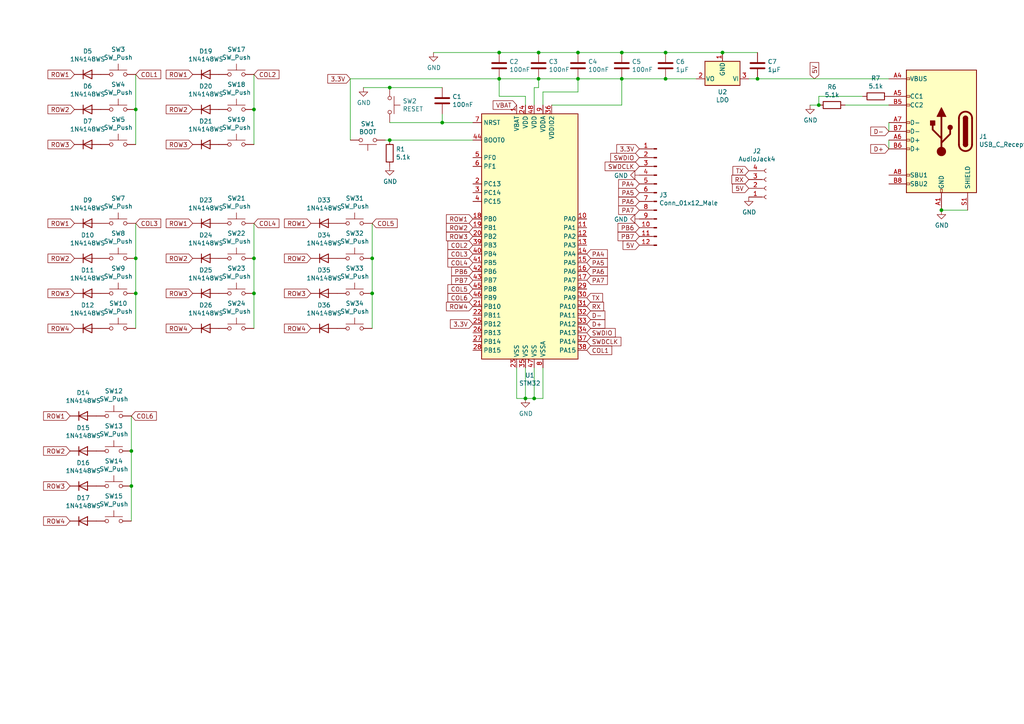
<source format=kicad_sch>
(kicad_sch (version 20211123) (generator eeschema)
  (paper "A4")
  (lib_symbols
    (symbol "Connector:Conn_01x04_Female" (pin_names (offset 1.016) hide)
      (property "Reference" "J" (at 0 5.08 0))
      (property "Value" "Conn_01x04_Female" (at 0 -7.62 0))
      (symbol "Conn_01x04_Female_1_1"
        (arc (start 0 -4.572) (mid -0.508 -5.08) (end 0 -5.588) (stroke (width 0.1524)))
        (arc (start 0 -2.032) (mid -0.508 -2.54) (end 0 -3.048) (stroke (width 0.1524)))
        (polyline (pts (xy -1.27 -5.08) (xy -0.508 -5.08)) (stroke (width 0.1524)))
        (polyline (pts (xy -1.27 -2.54) (xy -0.508 -2.54)) (stroke (width 0.1524)))
        (polyline (pts (xy -1.27 0) (xy -0.508 0)) (stroke (width 0.1524)))
        (polyline (pts (xy -1.27 2.54) (xy -0.508 2.54)) (stroke (width 0.1524)))
        (arc (start 0 0.508) (mid -0.508 0) (end 0 -0.508) (stroke (width 0.1524)))
        (arc (start 0 3.048) (mid -0.508 2.54) (end 0 2.032) (stroke (width 0.1524)))
        (pin passive line (at -5.08 2.54 0) (length 3.81) (name "Pin_1") (number "1"))
        (pin passive line (at -5.08 0 0) (length 3.81) (name "Pin_2") (number "2"))
        (pin passive line (at -5.08 -2.54 0) (length 3.81) (name "Pin_3") (number "3"))
        (pin passive line (at -5.08 -5.08 0) (length 3.81) (name "Pin_4") (number "4"))
      )
    )
    (symbol "Connector:Conn_01x12_Male" (pin_names (offset 1.016) hide)
      (property "Reference" "J" (at 0 15.24 0))
      (property "Value" "Conn_01x12_Male" (at 0 -17.78 0))
      (symbol "Conn_01x12_Male_1_1"
        (polyline (pts (xy 1.27 -15.24) (xy 0.8636 -15.24)) (stroke (width 0.1524)))
        (polyline (pts (xy 1.27 -12.7) (xy 0.8636 -12.7)) (stroke (width 0.1524)))
        (polyline (pts (xy 1.27 -10.16) (xy 0.8636 -10.16)) (stroke (width 0.1524)))
        (polyline (pts (xy 1.27 -7.62) (xy 0.8636 -7.62)) (stroke (width 0.1524)))
        (polyline (pts (xy 1.27 -5.08) (xy 0.8636 -5.08)) (stroke (width 0.1524)))
        (polyline (pts (xy 1.27 -2.54) (xy 0.8636 -2.54)) (stroke (width 0.1524)))
        (polyline (pts (xy 1.27 0) (xy 0.8636 0)) (stroke (width 0.1524)))
        (polyline (pts (xy 1.27 2.54) (xy 0.8636 2.54)) (stroke (width 0.1524)))
        (polyline (pts (xy 1.27 5.08) (xy 0.8636 5.08)) (stroke (width 0.1524)))
        (polyline (pts (xy 1.27 7.62) (xy 0.8636 7.62)) (stroke (width 0.1524)))
        (polyline (pts (xy 1.27 10.16) (xy 0.8636 10.16)) (stroke (width 0.1524)))
        (polyline (pts (xy 1.27 12.7) (xy 0.8636 12.7)) (stroke (width 0.1524)))
        (rectangle (start 0.8636 -15.113) (end 0 -15.367) (stroke (width 0.1524)) (fill (type outline)))
        (rectangle (start 0.8636 -12.573) (end 0 -12.827) (stroke (width 0.1524)) (fill (type outline)))
        (rectangle (start 0.8636 -10.033) (end 0 -10.287) (stroke (width 0.1524)) (fill (type outline)))
        (rectangle (start 0.8636 -7.493) (end 0 -7.747) (stroke (width 0.1524)) (fill (type outline)))
        (rectangle (start 0.8636 -4.953) (end 0 -5.207) (stroke (width 0.1524)) (fill (type outline)))
        (rectangle (start 0.8636 -2.413) (end 0 -2.667) (stroke (width 0.1524)) (fill (type outline)))
        (rectangle (start 0.8636 0.127) (end 0 -0.127) (stroke (width 0.1524)) (fill (type outline)))
        (rectangle (start 0.8636 2.667) (end 0 2.413) (stroke (width 0.1524)) (fill (type outline)))
        (rectangle (start 0.8636 5.207) (end 0 4.953) (stroke (width 0.1524)) (fill (type outline)))
        (rectangle (start 0.8636 7.747) (end 0 7.493) (stroke (width 0.1524)) (fill (type outline)))
        (rectangle (start 0.8636 10.287) (end 0 10.033) (stroke (width 0.1524)) (fill (type outline)))
        (rectangle (start 0.8636 12.827) (end 0 12.573) (stroke (width 0.1524)) (fill (type outline)))
        (pin passive line (at 5.08 12.7 180) (length 3.81) (name "Pin_1") (number "1"))
        (pin passive line (at 5.08 -10.16 180) (length 3.81) (name "Pin_10") (number "10"))
        (pin passive line (at 5.08 -12.7 180) (length 3.81) (name "Pin_11") (number "11"))
        (pin passive line (at 5.08 -15.24 180) (length 3.81) (name "Pin_12") (number "12"))
        (pin passive line (at 5.08 10.16 180) (length 3.81) (name "Pin_2") (number "2"))
        (pin passive line (at 5.08 7.62 180) (length 3.81) (name "Pin_3") (number "3"))
        (pin passive line (at 5.08 5.08 180) (length 3.81) (name "Pin_4") (number "4"))
        (pin passive line (at 5.08 2.54 180) (length 3.81) (name "Pin_5") (number "5"))
        (pin passive line (at 5.08 0 180) (length 3.81) (name "Pin_6") (number "6"))
        (pin passive line (at 5.08 -2.54 180) (length 3.81) (name "Pin_7") (number "7"))
        (pin passive line (at 5.08 -5.08 180) (length 3.81) (name "Pin_8") (number "8"))
        (pin passive line (at 5.08 -7.62 180) (length 3.81) (name "Pin_9") (number "9"))
      )
    )
    (symbol "Device:C" (pin_numbers hide) (pin_names (offset 0.254))
      (property "Reference" "C" (at 0.635 2.54 0))
      (property "Value" "C" (at 0.635 -2.54 0))
      (symbol "C_0_1"
        (polyline (pts (xy -2.032 -0.762) (xy 2.032 -0.762)) (stroke (width 0.508)))
        (polyline (pts (xy -2.032 0.762) (xy 2.032 0.762)) (stroke (width 0.508)))
      )
      (symbol "C_1_1"
        (pin passive line (at 0 3.81 270) (length 2.794) (name "~") (number "1"))
        (pin passive line (at 0 -3.81 90) (length 2.794) (name "~") (number "2"))
      )
    )
    (symbol "Device:R" (pin_numbers hide) (pin_names (offset 0))
      (property "Reference" "R" (at 2.032 0 90))
      (property "Value" "R" (at 0 0 90))
      (symbol "R_0_1"
        (rectangle (start -1.016 -2.54) (end 1.016 2.54) (stroke (width 0.254)))
      )
      (symbol "R_1_1"
        (pin passive line (at 0 3.81 270) (length 1.27) (name "~") (number "1"))
        (pin passive line (at 0 -3.81 90) (length 1.27) (name "~") (number "2"))
      )
    )
    (symbol "Diode:1N4148WS" (pin_numbers hide) (pin_names (offset 1.016) hide)
      (property "Reference" "D" (at 0 2.54 0))
      (property "Value" "1N4148WS" (at 0 -2.54 0))
      (symbol "1N4148WS_0_1"
        (polyline (pts (xy -1.27 1.27) (xy -1.27 -1.27)) (stroke (width 0.254)))
        (polyline (pts (xy 1.27 0) (xy -1.27 0)))
        (polyline (pts (xy 1.27 1.27) (xy 1.27 -1.27) (xy -1.27 0) (xy 1.27 1.27)) (stroke (width 0.254)))
      )
      (symbol "1N4148WS_1_1"
        (pin passive line (at -3.81 0 0) (length 2.54) (name "K") (number "1"))
        (pin passive line (at 3.81 0 180) (length 2.54) (name "A") (number "2"))
      )
    )
    (symbol "MCU_ST_STM32F0:STM32F072CBTx"
      (property "Reference" "U" (at -15.24 36.83 0))
      (property "Value" "STM32F072CBTx" (at 7.62 36.83 0))
      (symbol "STM32F072CBTx_0_1"
        (rectangle (start -15.24 -35.56) (end 12.7 35.56) (stroke (width 0.254)) (fill (type background)))
      )
      (symbol "STM32F072CBTx_1_1"
        (pin power_in line (at -5.08 38.1 270) (length 2.54) (name "VBAT") (number "1"))
        (pin bidirectional line (at 15.24 5.08 180) (length 2.54) (name "PA0") (number "10"))
        (pin bidirectional line (at 15.24 2.54 180) (length 2.54) (name "PA1") (number "11"))
        (pin bidirectional line (at 15.24 0 180) (length 2.54) (name "PA2") (number "12"))
        (pin bidirectional line (at 15.24 -2.54 180) (length 2.54) (name "PA3") (number "13"))
        (pin bidirectional line (at 15.24 -5.08 180) (length 2.54) (name "PA4") (number "14"))
        (pin bidirectional line (at 15.24 -7.62 180) (length 2.54) (name "PA5") (number "15"))
        (pin bidirectional line (at 15.24 -10.16 180) (length 2.54) (name "PA6") (number "16"))
        (pin bidirectional line (at 15.24 -12.7 180) (length 2.54) (name "PA7") (number "17"))
        (pin bidirectional line (at -17.78 5.08 0) (length 2.54) (name "PB0") (number "18"))
        (pin bidirectional line (at -17.78 2.54 0) (length 2.54) (name "PB1") (number "19"))
        (pin bidirectional line (at -17.78 15.24 0) (length 2.54) (name "PC13") (number "2"))
        (pin bidirectional line (at -17.78 0 0) (length 2.54) (name "PB2") (number "20"))
        (pin bidirectional line (at -17.78 -20.32 0) (length 2.54) (name "PB10") (number "21"))
        (pin bidirectional line (at -17.78 -22.86 0) (length 2.54) (name "PB11") (number "22"))
        (pin power_in line (at -5.08 -38.1 90) (length 2.54) (name "VSS") (number "23"))
        (pin power_in line (at -2.54 38.1 270) (length 2.54) (name "VDD") (number "24"))
        (pin bidirectional line (at -17.78 -25.4 0) (length 2.54) (name "PB12") (number "25"))
        (pin bidirectional line (at -17.78 -27.94 0) (length 2.54) (name "PB13") (number "26"))
        (pin bidirectional line (at -17.78 -30.48 0) (length 2.54) (name "PB14") (number "27"))
        (pin bidirectional line (at -17.78 -33.02 0) (length 2.54) (name "PB15") (number "28"))
        (pin bidirectional line (at 15.24 -15.24 180) (length 2.54) (name "PA8") (number "29"))
        (pin bidirectional line (at -17.78 12.7 0) (length 2.54) (name "PC14") (number "3"))
        (pin bidirectional line (at 15.24 -17.78 180) (length 2.54) (name "PA9") (number "30"))
        (pin bidirectional line (at 15.24 -20.32 180) (length 2.54) (name "PA10") (number "31"))
        (pin bidirectional line (at 15.24 -22.86 180) (length 2.54) (name "PA11") (number "32"))
        (pin bidirectional line (at 15.24 -25.4 180) (length 2.54) (name "PA12") (number "33"))
        (pin bidirectional line (at 15.24 -27.94 180) (length 2.54) (name "PA13") (number "34"))
        (pin power_in line (at -2.54 -38.1 90) (length 2.54) (name "VSS") (number "35"))
        (pin power_in line (at 5.08 38.1 270) (length 2.54) (name "VDDIO2") (number "36"))
        (pin bidirectional line (at 15.24 -30.48 180) (length 2.54) (name "PA14") (number "37"))
        (pin bidirectional line (at 15.24 -33.02 180) (length 2.54) (name "PA15") (number "38"))
        (pin bidirectional line (at -17.78 -2.54 0) (length 2.54) (name "PB3") (number "39"))
        (pin bidirectional line (at -17.78 10.16 0) (length 2.54) (name "PC15") (number "4"))
        (pin bidirectional line (at -17.78 -5.08 0) (length 2.54) (name "PB4") (number "40"))
        (pin bidirectional line (at -17.78 -7.62 0) (length 2.54) (name "PB5") (number "41"))
        (pin bidirectional line (at -17.78 -10.16 0) (length 2.54) (name "PB6") (number "42"))
        (pin bidirectional line (at -17.78 -12.7 0) (length 2.54) (name "PB7") (number "43"))
        (pin input line (at -17.78 27.94 0) (length 2.54) (name "BOOT0") (number "44"))
        (pin bidirectional line (at -17.78 -15.24 0) (length 2.54) (name "PB8") (number "45"))
        (pin bidirectional line (at -17.78 -17.78 0) (length 2.54) (name "PB9") (number "46"))
        (pin power_in line (at 0 -38.1 90) (length 2.54) (name "VSS") (number "47"))
        (pin power_in line (at 0 38.1 270) (length 2.54) (name "VDD") (number "48"))
        (pin input line (at -17.78 22.86 0) (length 2.54) (name "PF0") (number "5"))
        (pin input line (at -17.78 20.32 0) (length 2.54) (name "PF1") (number "6"))
        (pin input line (at -17.78 33.02 0) (length 2.54) (name "NRST") (number "7"))
        (pin power_in line (at 2.54 -38.1 90) (length 2.54) (name "VSSA") (number "8"))
        (pin power_in line (at 2.54 38.1 270) (length 2.54) (name "VDDA") (number "9"))
      )
    )
    (symbol "Regulator_Linear:MCP1703A-3302_SOT23" (pin_names (offset 0.254))
      (property "Reference" "U" (at -3.81 3.175 0))
      (property "Value" "MCP1703A-3302_SOT23" (at 0 3.175 0))
      (symbol "MCP1703A-3302_SOT23_0_1"
        (rectangle (start -5.08 -5.08) (end 5.08 1.905) (stroke (width 0.254)) (fill (type background)))
      )
      (symbol "MCP1703A-3302_SOT23_1_1"
        (pin power_in line (at 0 -7.62 90) (length 2.54) (name "GND") (number "1"))
        (pin power_out line (at 7.62 0 180) (length 2.54) (name "VO") (number "2"))
        (pin power_in line (at -7.62 0 0) (length 2.54) (name "VI") (number "3"))
      )
    )
    (symbol "Switch:SW_Push" (pin_numbers hide) (pin_names (offset 1.016) hide)
      (property "Reference" "SW" (at 1.27 2.54 0))
      (property "Value" "SW_Push" (at 0 -1.524 0))
      (symbol "SW_Push_0_1"
        (circle (center -2.032 0) (radius 0.508))
        (polyline (pts (xy 0 1.27) (xy 0 3.048)))
        (polyline (pts (xy 2.54 1.27) (xy -2.54 1.27)))
        (circle (center 2.032 0) (radius 0.508))
        (pin passive line (at -5.08 0 0) (length 2.54) (name "1") (number "1"))
        (pin passive line (at 5.08 0 180) (length 2.54) (name "2") (number "2"))
      )
    )
    (symbol "power:GND" (power) (pin_names (offset 0))
      (property "Value" "GND" (at 0 -3.81 0))
      (symbol "GND_0_1"
        (polyline (pts (xy 0 0) (xy 0 -1.27) (xy 1.27 -1.27) (xy 0 -2.54) (xy -1.27 -1.27) (xy 0 -1.27)))
      )
      (symbol "GND_1_1"
        (pin power_in line (at 0 0 270) (length 0) hide (name "GND") (number "1"))
      )
    )
    (symbol "right-rescue:USB_C_Receptacle_USB2.0-Connector" (pin_names (offset 1.016))
      (property "Reference" "J" (at -10.16 19.05 0))
      (property "Value" "USB_C_Receptacle_USB2.0-Connector" (at 19.05 19.05 0))
      (symbol "USB_C_Receptacle_USB2.0-Connector_0_0"
        (rectangle (start -0.254 -17.78) (end 0.254 -16.764))
        (rectangle (start 10.16 -14.986) (end 9.144 -15.494))
        (rectangle (start 10.16 -12.446) (end 9.144 -12.954))
        (rectangle (start 10.16 -4.826) (end 9.144 -5.334))
        (rectangle (start 10.16 -2.286) (end 9.144 -2.794))
        (rectangle (start 10.16 0.254) (end 9.144 -0.254))
        (rectangle (start 10.16 2.794) (end 9.144 2.286))
        (rectangle (start 10.16 7.874) (end 9.144 7.366))
        (rectangle (start 10.16 10.414) (end 9.144 9.906))
        (rectangle (start 10.16 15.494) (end 9.144 14.986))
      )
      (symbol "USB_C_Receptacle_USB2.0-Connector_0_1"
        (rectangle (start -10.16 17.78) (end 10.16 -17.78) (stroke (width 0.254)) (fill (type background)))
        (arc (start -8.89 -3.81) (mid -6.985 -5.715) (end -5.08 -3.81) (stroke (width 0.508)))
        (arc (start -7.62 -3.81) (mid -6.985 -4.445) (end -6.35 -3.81) (stroke (width 0.254)))
        (arc (start -7.62 -3.81) (mid -6.985 -4.445) (end -6.35 -3.81) (stroke (width 0.254)) (fill (type outline)))
        (rectangle (start -7.62 -3.81) (end -6.35 3.81) (stroke (width 0.254)) (fill (type outline)))
        (arc (start -6.35 3.81) (mid -6.985 4.445) (end -7.62 3.81) (stroke (width 0.254)))
        (arc (start -6.35 3.81) (mid -6.985 4.445) (end -7.62 3.81) (stroke (width 0.254)) (fill (type outline)))
        (arc (start -5.08 3.81) (mid -6.985 5.715) (end -8.89 3.81) (stroke (width 0.508)))
        (circle (center -2.54 1.143) (radius 0.635) (stroke (width 0.254)) (fill (type outline)))
        (circle (center 0 -5.842) (radius 1.27) (fill (type outline)))
        (polyline (pts (xy -8.89 -3.81) (xy -8.89 3.81)) (stroke (width 0.508)))
        (polyline (pts (xy -5.08 3.81) (xy -5.08 -3.81)) (stroke (width 0.508)))
        (polyline (pts (xy 0 -5.842) (xy 0 4.318)) (stroke (width 0.508)))
        (polyline (pts (xy 0 -3.302) (xy -2.54 -0.762) (xy -2.54 0.508)) (stroke (width 0.508)))
        (polyline (pts (xy 0 -2.032) (xy 2.54 0.508) (xy 2.54 1.778)) (stroke (width 0.508)))
        (polyline (pts (xy -1.27 4.318) (xy 0 6.858) (xy 1.27 4.318) (xy -1.27 4.318)) (stroke (width 0.254)) (fill (type outline)))
        (rectangle (start 1.905 1.778) (end 3.175 3.048) (stroke (width 0.254)) (fill (type outline)))
      )
      (symbol "USB_C_Receptacle_USB2.0-Connector_1_1"
        (pin power_in line (at 0 -22.86 90) (length 5.08) (name "GND") (number "A1"))
        (pin passive line (at 0 -22.86 90) (length 5.08) hide (name "GND") (number "A12"))
        (pin power_in line (at 15.24 15.24 180) (length 5.08) (name "VBUS") (number "A4"))
        (pin bidirectional line (at 15.24 10.16 180) (length 5.08) (name "CC1") (number "A5"))
        (pin bidirectional line (at 15.24 -2.54 180) (length 5.08) (name "D+") (number "A6"))
        (pin bidirectional line (at 15.24 2.54 180) (length 5.08) (name "D-") (number "A7"))
        (pin bidirectional line (at 15.24 -12.7 180) (length 5.08) (name "SBU1") (number "A8"))
        (pin passive line (at 15.24 15.24 180) (length 5.08) hide (name "VBUS") (number "A9"))
        (pin passive line (at 0 -22.86 90) (length 5.08) hide (name "GND") (number "B1"))
        (pin passive line (at 0 -22.86 90) (length 5.08) hide (name "GND") (number "B12"))
        (pin passive line (at 15.24 15.24 180) (length 5.08) hide (name "VBUS") (number "B4"))
        (pin bidirectional line (at 15.24 7.62 180) (length 5.08) (name "CC2") (number "B5"))
        (pin bidirectional line (at 15.24 -5.08 180) (length 5.08) (name "D+") (number "B6"))
        (pin bidirectional line (at 15.24 0 180) (length 5.08) (name "D-") (number "B7"))
        (pin bidirectional line (at 15.24 -15.24 180) (length 5.08) (name "SBU2") (number "B8"))
        (pin passive line (at 15.24 15.24 180) (length 5.08) hide (name "VBUS") (number "B9"))
        (pin passive line (at -7.62 -22.86 90) (length 5.08) (name "SHIELD") (number "S1"))
      )
    )
  )
  (junction (at 144.78 15.24))
  (junction (at 167.64 22.86))
  (junction (at 113.03 25.4))
  (junction (at 73.66 31.75))
  (junction (at 39.37 74.93))
  (junction (at 39.37 85.09))
  (junction (at 180.34 15.24))
  (junction (at 180.34 22.86))
  (junction (at 193.04 22.86))
  (junction (at 193.04 15.24))
  (junction (at 38.1 140.97))
  (junction (at 156.21 15.24))
  (junction (at 38.1 130.81))
  (junction (at 154.94 115.57))
  (junction (at 113.03 40.64))
  (junction (at 73.66 74.93))
  (junction (at 167.64 15.24))
  (junction (at 144.78 22.86))
  (junction (at 128.27 35.56))
  (junction (at 156.21 22.86))
  (junction (at 209.55 15.24))
  (junction (at 73.66 85.09))
  (junction (at 273.05 60.96))
  (junction (at 152.4 115.57))
  (junction (at 107.95 74.93))
  (junction (at 39.37 31.75))
  (junction (at 107.95 85.09))
  (junction (at 219.71 22.86))
  (junction (at 237.49 30.48))
  (wire (pts (xy 160.02 30.48) (xy 180.34 30.48)))
  (wire (pts (xy 154.94 115.57) (xy 152.4 115.57)))
  (wire (pts (xy 156.21 25.4) (xy 156.21 22.86)))
  (wire (pts (xy 113.03 25.4) (xy 105.41 25.4)))
  (wire (pts (xy 154.94 106.68) (xy 154.94 115.57)))
  (wire (pts (xy 157.48 115.57) (xy 154.94 115.57)))
  (wire (pts (xy 180.34 30.48) (xy 180.34 22.86)))
  (wire (pts (xy 73.66 85.09) (xy 73.66 95.25)))
  (wire (pts (xy 219.71 15.24) (xy 209.55 15.24)))
  (wire (pts (xy 154.94 30.48) (xy 154.94 25.4)))
  (wire (pts (xy 101.6 22.86) (xy 144.78 22.86)))
  (wire (pts (xy 39.37 85.09) (xy 39.37 95.25)))
  (wire (pts (xy 180.34 15.24) (xy 193.04 15.24)))
  (wire (pts (xy 167.64 22.86) (xy 180.34 22.86)))
  (wire (pts (xy 111.76 40.64) (xy 113.03 40.64)))
  (wire (pts (xy 73.66 21.59) (xy 73.66 31.75)))
  (wire (pts (xy 128.27 35.56) (xy 128.27 33.02)))
  (wire (pts (xy 39.37 21.59) (xy 39.37 31.75)))
  (wire (pts (xy 167.64 26.67) (xy 157.48 26.67)))
  (wire (pts (xy 73.66 74.93) (xy 73.66 85.09)))
  (wire (pts (xy 144.78 27.94) (xy 144.78 22.86)))
  (wire (pts (xy 125.73 15.24) (xy 144.78 15.24)))
  (wire (pts (xy 107.95 74.93) (xy 107.95 85.09)))
  (wire (pts (xy 157.48 26.67) (xy 157.48 30.48)))
  (wire (pts (xy 167.64 15.24) (xy 180.34 15.24)))
  (wire (pts (xy 257.81 40.64) (xy 257.81 43.18)))
  (wire (pts (xy 113.03 35.56) (xy 128.27 35.56)))
  (wire (pts (xy 39.37 74.93) (xy 39.37 85.09)))
  (wire (pts (xy 257.81 35.56) (xy 257.81 38.1)))
  (wire (pts (xy 113.03 25.4) (xy 128.27 25.4)))
  (wire (pts (xy 257.81 22.86) (xy 219.71 22.86)))
  (wire (pts (xy 237.49 27.94) (xy 237.49 30.48)))
  (wire (pts (xy 180.34 22.86) (xy 193.04 22.86)))
  (wire (pts (xy 107.95 64.77) (xy 107.95 74.93)))
  (wire (pts (xy 38.1 120.65) (xy 38.1 130.81)))
  (wire (pts (xy 152.4 106.68) (xy 152.4 115.57)))
  (wire (pts (xy 280.67 60.96) (xy 273.05 60.96)))
  (wire (pts (xy 245.11 30.48) (xy 257.81 30.48)))
  (wire (pts (xy 156.21 15.24) (xy 167.64 15.24)))
  (wire (pts (xy 193.04 22.86) (xy 201.93 22.86)))
  (wire (pts (xy 219.71 22.86) (xy 217.17 22.86)))
  (wire (pts (xy 39.37 31.75) (xy 39.37 41.91)))
  (wire (pts (xy 113.03 40.64) (xy 137.16 40.64)))
  (wire (pts (xy 157.48 106.68) (xy 157.48 115.57)))
  (wire (pts (xy 107.95 85.09) (xy 107.95 95.25)))
  (wire (pts (xy 234.95 30.48) (xy 237.49 30.48)))
  (wire (pts (xy 144.78 15.24) (xy 156.21 15.24)))
  (wire (pts (xy 101.6 40.64) (xy 101.6 22.86)))
  (wire (pts (xy 152.4 27.94) (xy 144.78 27.94)))
  (wire (pts (xy 149.86 106.68) (xy 149.86 115.57)))
  (wire (pts (xy 73.66 64.77) (xy 73.66 74.93)))
  (wire (pts (xy 193.04 15.24) (xy 209.55 15.24)))
  (wire (pts (xy 156.21 22.86) (xy 167.64 22.86)))
  (wire (pts (xy 144.78 22.86) (xy 156.21 22.86)))
  (wire (pts (xy 38.1 130.81) (xy 38.1 140.97)))
  (wire (pts (xy 167.64 22.86) (xy 167.64 26.67)))
  (wire (pts (xy 39.37 64.77) (xy 39.37 74.93)))
  (wire (pts (xy 38.1 140.97) (xy 38.1 151.13)))
  (wire (pts (xy 154.94 25.4) (xy 156.21 25.4)))
  (wire (pts (xy 149.86 115.57) (xy 152.4 115.57)))
  (wire (pts (xy 73.66 31.75) (xy 73.66 41.91)))
  (wire (pts (xy 152.4 30.48) (xy 152.4 27.94)))
  (wire (pts (xy 137.16 35.56) (xy 128.27 35.56)))
  (wire (pts (xy 250.19 27.94) (xy 237.49 27.94)))
  (global_label "PA4" (shape input) (at 170.18 73.66 0) (property "Intersheet References" "${INTERSHEET_REFS}" (effects hide)))
  (global_label "ROW3" (shape input) (at 55.88 41.91 180) (property "Intersheet References" "${INTERSHEET_REFS}" (effects hide)))
  (global_label "ROW4" (shape input) (at 21.59 95.25 180) (property "Intersheet References" "${INTERSHEET_REFS}" (effects hide)))
  (global_label "ROW3" (shape input) (at 137.16 68.58 180) (property "Intersheet References" "${INTERSHEET_REFS}" (effects hide)))
  (global_label "ROW2" (shape input) (at 55.88 31.75 180) (property "Intersheet References" "${INTERSHEET_REFS}" (effects hide)))
  (global_label "ROW2" (shape input) (at 21.59 74.93 180) (property "Intersheet References" "${INTERSHEET_REFS}" (effects hide)))
  (global_label "5V" (shape input) (at 217.17 54.61 180) (property "Intersheet References" "${INTERSHEET_REFS}" (effects hide)))
  (global_label "ROW4" (shape input) (at 90.17 95.25 180) (property "Intersheet References" "${INTERSHEET_REFS}" (effects hide)))
  (global_label "VBAT" (shape input) (at 149.86 30.48 180) (property "Intersheet References" "${INTERSHEET_REFS}" (effects hide)))
  (global_label "ROW3" (shape input) (at 90.17 85.09 180) (property "Intersheet References" "${INTERSHEET_REFS}" (effects hide)))
  (global_label "ROW3" (shape input) (at 55.88 85.09 180) (property "Intersheet References" "${INTERSHEET_REFS}" (effects hide)))
  (global_label "COL1" (shape input) (at 170.18 101.6 0) (property "Intersheet References" "${INTERSHEET_REFS}" (effects hide)))
  (global_label "SWDIO" (shape input) (at 185.42 45.72 180) (property "Intersheet References" "${INTERSHEET_REFS}" (effects hide)))
  (global_label "COL6" (shape input) (at 137.16 86.36 180) (property "Intersheet References" "${INTERSHEET_REFS}" (effects hide)))
  (global_label "TX" (shape input) (at 217.17 49.53 180) (property "Intersheet References" "${INTERSHEET_REFS}" (effects hide)))
  (global_label "ROW2" (shape input) (at 137.16 66.04 180) (property "Intersheet References" "${INTERSHEET_REFS}" (effects hide)))
  (global_label "COL2" (shape input) (at 137.16 71.12 180) (property "Intersheet References" "${INTERSHEET_REFS}" (effects hide)))
  (global_label "ROW2" (shape input) (at 21.59 31.75 180) (property "Intersheet References" "${INTERSHEET_REFS}" (effects hide)))
  (global_label "PB6" (shape input) (at 185.42 66.04 180) (property "Intersheet References" "${INTERSHEET_REFS}" (effects hide)))
  (global_label "PA5" (shape input) (at 185.42 55.88 180) (property "Intersheet References" "${INTERSHEET_REFS}" (effects hide)))
  (global_label "3.3V" (shape input) (at 101.6 22.86 180) (property "Intersheet References" "${INTERSHEET_REFS}" (effects hide)))
  (global_label "PB6" (shape input) (at 137.16 78.74 180) (property "Intersheet References" "${INTERSHEET_REFS}" (effects hide)))
  (global_label "RX" (shape input) (at 170.18 88.9 0) (property "Intersheet References" "${INTERSHEET_REFS}" (effects hide)))
  (global_label "RX" (shape input) (at 217.17 52.07 180) (property "Intersheet References" "${INTERSHEET_REFS}" (effects hide)))
  (global_label "ROW4" (shape input) (at 20.32 151.13 180) (property "Intersheet References" "${INTERSHEET_REFS}" (effects hide)))
  (global_label "COL6" (shape input) (at 38.1 120.65 0) (property "Intersheet References" "${INTERSHEET_REFS}" (effects hide)))
  (global_label "ROW1" (shape input) (at 55.88 21.59 180) (property "Intersheet References" "${INTERSHEET_REFS}" (effects hide)))
  (global_label "ROW1" (shape input) (at 90.17 64.77 180) (property "Intersheet References" "${INTERSHEET_REFS}" (effects hide)))
  (global_label "ROW2" (shape input) (at 90.17 74.93 180) (property "Intersheet References" "${INTERSHEET_REFS}" (effects hide)))
  (global_label "ROW1" (shape input) (at 20.32 120.65 180) (property "Intersheet References" "${INTERSHEET_REFS}" (effects hide)))
  (global_label "ROW3" (shape input) (at 21.59 85.09 180) (property "Intersheet References" "${INTERSHEET_REFS}" (effects hide)))
  (global_label "COL5" (shape input) (at 137.16 83.82 180) (property "Intersheet References" "${INTERSHEET_REFS}" (effects hide)))
  (global_label "ROW2" (shape input) (at 55.88 74.93 180) (property "Intersheet References" "${INTERSHEET_REFS}" (effects hide)))
  (global_label "COL5" (shape input) (at 107.95 64.77 0) (property "Intersheet References" "${INTERSHEET_REFS}" (effects hide)))
  (global_label "ROW1" (shape input) (at 137.16 63.5 180) (property "Intersheet References" "${INTERSHEET_REFS}" (effects hide)))
  (global_label "PA4" (shape input) (at 185.42 53.34 180) (property "Intersheet References" "${INTERSHEET_REFS}" (effects hide)))
  (global_label "D-" (shape input) (at 257.81 38.1 180) (property "Intersheet References" "${INTERSHEET_REFS}" (effects hide)))
  (global_label "PA7" (shape input) (at 170.18 81.28 0) (property "Intersheet References" "${INTERSHEET_REFS}" (effects hide)))
  (global_label "COL2" (shape input) (at 73.66 21.59 0) (property "Intersheet References" "${INTERSHEET_REFS}" (effects hide)))
  (global_label "SWDCLK" (shape input) (at 185.42 48.26 180) (property "Intersheet References" "${INTERSHEET_REFS}" (effects hide)))
  (global_label "5V" (shape input) (at 236.22 22.86 90) (property "Intersheet References" "${INTERSHEET_REFS}" (effects hide)))
  (global_label "D+" (shape input) (at 170.18 93.98 0) (property "Intersheet References" "${INTERSHEET_REFS}" (effects hide)))
  (global_label "COL3" (shape input) (at 39.37 64.77 0) (property "Intersheet References" "${INTERSHEET_REFS}" (effects hide)))
  (global_label "3.3V" (shape input) (at 137.16 93.98 180) (property "Intersheet References" "${INTERSHEET_REFS}" (effects hide)))
  (global_label "PB7" (shape input) (at 185.42 68.58 180) (property "Intersheet References" "${INTERSHEET_REFS}" (effects hide)))
  (global_label "COL3" (shape input) (at 137.16 73.66 180) (property "Intersheet References" "${INTERSHEET_REFS}" (effects hide)))
  (global_label "PA6" (shape input) (at 185.42 58.42 180) (property "Intersheet References" "${INTERSHEET_REFS}" (effects hide)))
  (global_label "ROW3" (shape input) (at 20.32 140.97 180) (property "Intersheet References" "${INTERSHEET_REFS}" (effects hide)))
  (global_label "D-" (shape input) (at 170.18 91.44 0) (property "Intersheet References" "${INTERSHEET_REFS}" (effects hide)))
  (global_label "SWDCLK" (shape input) (at 170.18 99.06 0) (property "Intersheet References" "${INTERSHEET_REFS}" (effects hide)))
  (global_label "ROW1" (shape input) (at 21.59 64.77 180) (property "Intersheet References" "${INTERSHEET_REFS}" (effects hide)))
  (global_label "COL4" (shape input) (at 137.16 76.2 180) (property "Intersheet References" "${INTERSHEET_REFS}" (effects hide)))
  (global_label "3.3V" (shape input) (at 185.42 43.18 180) (property "Intersheet References" "${INTERSHEET_REFS}" (effects hide)))
  (global_label "ROW3" (shape input) (at 21.59 41.91 180) (property "Intersheet References" "${INTERSHEET_REFS}" (effects hide)))
  (global_label "5V" (shape input) (at 185.42 71.12 180) (property "Intersheet References" "${INTERSHEET_REFS}" (effects hide)))
  (global_label "PA5" (shape input) (at 170.18 76.2 0) (property "Intersheet References" "${INTERSHEET_REFS}" (effects hide)))
  (global_label "TX" (shape input) (at 170.18 86.36 0) (property "Intersheet References" "${INTERSHEET_REFS}" (effects hide)))
  (global_label "COL1" (shape input) (at 39.37 21.59 0) (property "Intersheet References" "${INTERSHEET_REFS}" (effects hide)))
  (global_label "PA7" (shape input) (at 185.42 60.96 180) (property "Intersheet References" "${INTERSHEET_REFS}" (effects hide)))
  (global_label "ROW1" (shape input) (at 21.59 21.59 180) (property "Intersheet References" "${INTERSHEET_REFS}" (effects hide)))
  (global_label "D+" (shape input) (at 257.81 43.18 180) (property "Intersheet References" "${INTERSHEET_REFS}" (effects hide)))
  (global_label "ROW1" (shape input) (at 55.88 64.77 180) (property "Intersheet References" "${INTERSHEET_REFS}" (effects hide)))
  (global_label "PB7" (shape input) (at 137.16 81.28 180) (property "Intersheet References" "${INTERSHEET_REFS}" (effects hide)))
  (global_label "ROW2" (shape input) (at 20.32 130.81 180) (property "Intersheet References" "${INTERSHEET_REFS}" (effects hide)))
  (global_label "SWDIO" (shape input) (at 170.18 96.52 0) (property "Intersheet References" "${INTERSHEET_REFS}" (effects hide)))
  (global_label "COL4" (shape input) (at 73.66 64.77 0) (property "Intersheet References" "${INTERSHEET_REFS}" (effects hide)))
  (global_label "ROW4" (shape input) (at 137.16 88.9 180) (property "Intersheet References" "${INTERSHEET_REFS}" (effects hide)))
  (global_label "PA6" (shape input) (at 170.18 78.74 0) (property "Intersheet References" "${INTERSHEET_REFS}" (effects hide)))
  (global_label "ROW4" (shape input) (at 55.88 95.25 180) (property "Intersheet References" "${INTERSHEET_REFS}" (effects hide)))
  (symbol (lib_id "MCU_ST_STM32F0:STM32F072CBTx") (at 154.94 68.58 0) (unit 1)
    (property "Reference" "U1" (at 153.67 108.8644 0))
    (property "Value" "STM32" (at 153.67 111.1758 0))
    (property "Footprint" "Package_QFP:LQFP-48_7x7mm_P0.5mm" (effects hide))
    (property "Datasheet" "http://www.st.com/st-web-ui/static/active/en/resource/technical/document/datasheet/DM00090510.pdf" (effects hide))
  )
  (symbol (lib_id "Device:C") (at 144.78 19.05 0) (unit 1)
    (property "Reference" "C2" (at 147.701 17.8816 0) (effects (justify left)))
    (property "Value" "100nF" (at 147.701 20.193 0) (effects (justify left)))
    (property "Footprint" "Capacitor_SMD:C_0805_2012Metric_Pad1.15x1.40mm_HandSolder" (effects hide))
  )
  (symbol (lib_id "Device:C") (at 156.21 19.05 0) (unit 1)
    (property "Reference" "C3" (at 159.131 17.8816 0) (effects (justify left)))
    (property "Value" "100nF" (at 159.131 20.193 0) (effects (justify left)))
    (property "Footprint" "Capacitor_SMD:C_0805_2012Metric_Pad1.15x1.40mm_HandSolder" (effects hide))
  )
  (symbol (lib_id "Device:C") (at 167.64 19.05 0) (unit 1)
    (property "Reference" "C4" (at 170.561 17.8816 0) (effects (justify left)))
    (property "Value" "100nF" (at 170.561 20.193 0) (effects (justify left)))
    (property "Footprint" "Capacitor_SMD:C_0805_2012Metric_Pad1.15x1.40mm_HandSolder" (effects hide))
  )
  (symbol (lib_id "Device:C") (at 180.34 19.05 0) (unit 1)
    (property "Reference" "C5" (at 183.261 17.8816 0) (effects (justify left)))
    (property "Value" "100nF" (at 183.261 20.193 0) (effects (justify left)))
    (property "Footprint" "Capacitor_SMD:C_0805_2012Metric_Pad1.15x1.40mm_HandSolder" (effects hide))
  )
  (symbol (lib_id "Device:C") (at 219.71 19.05 0) (unit 1)
    (property "Reference" "C7" (at 222.631 17.8816 0) (effects (justify left)))
    (property "Value" "1µF" (at 222.631 20.193 0) (effects (justify left)))
    (property "Footprint" "Capacitor_SMD:C_0805_2012Metric_Pad1.15x1.40mm_HandSolder" (effects hide))
  )
  (symbol (lib_id "power:GND") (at 152.4 115.57 0) (unit 1)
    (property "Reference" "#PWR0101" (effects hide))
    (property "Value" "GND" (at 152.527 119.9642 0))
  )
  (symbol (lib_id "power:GND") (at 125.73 15.24 0) (unit 1)
    (property "Reference" "#PWR0102" (effects hide))
    (property "Value" "GND" (at 125.857 19.6342 0))
  )
  (symbol (lib_id "Device:C") (at 128.27 29.21 0) (unit 1)
    (property "Reference" "C1" (at 131.191 28.0416 0) (effects (justify left)))
    (property "Value" "100nF" (at 131.191 30.353 0) (effects (justify left)))
    (property "Footprint" "Capacitor_SMD:C_0805_2012Metric_Pad1.15x1.40mm_HandSolder" (effects hide))
  )
  (symbol (lib_id "Switch:SW_Push") (at 113.03 30.48 270) (unit 1)
    (property "Reference" "SW2" (at 116.7892 29.3116 90) (effects (justify left)))
    (property "Value" "RESET" (at 116.7892 31.623 90) (effects (justify left)))
    (property "Footprint" "Button_Switch_SMD:SW_SPST_CK_RS282G05A3" (effects hide))
  )
  (symbol (lib_id "power:GND") (at 105.41 25.4 0) (unit 1)
    (property "Reference" "#PWR0103" (effects hide))
    (property "Value" "GND" (at 105.537 29.7942 0))
  )
  (symbol (lib_id "Switch:SW_Push") (at 106.68 40.64 180) (unit 1)
    (property "Reference" "SW1" (at 106.68 35.941 0))
    (property "Value" "BOOT" (at 106.68 38.2524 0))
    (property "Footprint" "Button_Switch_SMD:SW_SPST_CK_RS282G05A3" (effects hide))
  )
  (symbol (lib_id "Device:R") (at 113.03 44.45 0) (unit 1)
    (property "Reference" "R1" (at 114.808 43.2816 0) (effects (justify left)))
    (property "Value" "5.1k" (at 114.808 45.593 0) (effects (justify left)))
    (property "Footprint" "Resistor_SMD:R_0805_2012Metric_Pad1.15x1.40mm_HandSolder" (effects hide))
  )
  (symbol (lib_id "power:GND") (at 113.03 48.26 0) (unit 1)
    (property "Reference" "#PWR0104" (effects hide))
    (property "Value" "GND" (at 113.157 52.6542 0))
  )
  (symbol (lib_id "Regulator_Linear:MCP1703A-3302_SOT23") (at 209.55 22.86 180) (unit 1)
    (property "Reference" "U2" (at 209.55 26.67 0))
    (property "Value" "LDO" (at 209.55 28.9814 0))
    (property "Footprint" "Package_TO_SOT_SMD:SOT-23" (effects hide))
    (property "Datasheet" "http://www.ti.com/lit/ds/symlink/lm3480.pdf" (effects hide))
  )
  (symbol (lib_id "power:GND") (at 273.05 60.96 0) (unit 1)
    (property "Reference" "#PWR0105" (effects hide))
    (property "Value" "GND" (at 273.177 65.3542 0))
  )
  (symbol (lib_id "Device:R") (at 254 27.94 270) (unit 1)
    (property "Reference" "R7" (at 254 22.6822 90))
    (property "Value" "5.1k" (at 254 24.9936 90))
    (property "Footprint" "Resistor_SMD:R_0805_2012Metric_Pad1.15x1.40mm_HandSolder" (effects hide))
  )
  (symbol (lib_id "Device:R") (at 241.3 30.48 270) (mirror x) (unit 1)
    (property "Reference" "R6" (at 241.3 25.2222 90))
    (property "Value" "5.1k" (at 241.3 27.5336 90))
    (property "Footprint" "Resistor_SMD:R_0805_2012Metric_Pad1.15x1.40mm_HandSolder" (effects hide))
  )
  (symbol (lib_id "power:GND") (at 234.95 30.48 0) (unit 1)
    (property "Reference" "#PWR0106" (effects hide))
    (property "Value" "GND" (at 235.077 34.8742 0))
  )
  (symbol (lib_id "Device:C") (at 193.04 19.05 0) (unit 1)
    (property "Reference" "C6" (at 195.961 17.8816 0) (effects (justify left)))
    (property "Value" "1µF" (at 195.961 20.193 0) (effects (justify left)))
    (property "Footprint" "Capacitor_SMD:C_0805_2012Metric_Pad1.15x1.40mm_HandSolder" (effects hide))
  )
  (symbol (lib_id "Diode:1N4148WS") (at 25.4 85.09 0) (unit 1)
    (property "Reference" "D11" (at 25.4 78.359 0))
    (property "Value" "1N4148WS" (at 25.4 80.6704 0))
    (property "Footprint" "Diode_SMD:D_SOD-323_HandSoldering" (effects hide))
  )
  (symbol (lib_id "Switch:SW_Push") (at 34.29 85.09 0) (unit 1)
    (property "Reference" "SW9" (at 34.29 77.851 0))
    (property "Value" "SW_Push" (at 34.29 80.1624 0))
    (property "Footprint" "custom:CherryMX_Choc_1u" (effects hide))
  )
  (symbol (lib_id "Diode:1N4148WS") (at 25.4 95.25 0) (unit 1)
    (property "Reference" "D12" (at 25.4 88.519 0))
    (property "Value" "1N4148WS" (at 25.4 90.8304 0))
    (property "Footprint" "Diode_SMD:D_SOD-323_HandSoldering" (effects hide))
  )
  (symbol (lib_id "Switch:SW_Push") (at 34.29 95.25 0) (unit 1)
    (property "Reference" "SW10" (at 34.29 88.011 0))
    (property "Value" "SW_Push" (at 34.29 90.3224 0))
    (property "Footprint" "custom:CherryMX_Choc_1u" (effects hide))
  )
  (symbol (lib_id "Diode:1N4148WS") (at 25.4 74.93 0) (unit 1)
    (property "Reference" "D10" (at 25.4 68.199 0))
    (property "Value" "1N4148WS" (at 25.4 70.5104 0))
    (property "Footprint" "Diode_SMD:D_SOD-323_HandSoldering" (effects hide))
  )
  (symbol (lib_id "Switch:SW_Push") (at 34.29 74.93 0) (unit 1)
    (property "Reference" "SW8" (at 34.29 67.691 0))
    (property "Value" "SW_Push" (at 34.29 70.0024 0))
    (property "Footprint" "custom:CherryMX_Choc_1u" (effects hide))
  )
  (symbol (lib_id "Diode:1N4148WS") (at 25.4 64.77 0) (unit 1)
    (property "Reference" "D9" (at 25.4 58.039 0))
    (property "Value" "1N4148WS" (at 25.4 60.3504 0))
    (property "Footprint" "Diode_SMD:D_SOD-323_HandSoldering" (effects hide))
  )
  (symbol (lib_id "Switch:SW_Push") (at 34.29 64.77 0) (unit 1)
    (property "Reference" "SW7" (at 34.29 57.531 0))
    (property "Value" "SW_Push" (at 34.29 59.8424 0))
    (property "Footprint" "custom:CherryMX_Choc_1u" (effects hide))
  )
  (symbol (lib_id "Diode:1N4148WS") (at 59.69 85.09 0) (unit 1)
    (property "Reference" "D25" (at 59.69 78.359 0))
    (property "Value" "1N4148WS" (at 59.69 80.6704 0))
    (property "Footprint" "Diode_SMD:D_SOD-323_HandSoldering" (effects hide))
  )
  (symbol (lib_id "Switch:SW_Push") (at 68.58 85.09 0) (unit 1)
    (property "Reference" "SW23" (at 68.58 77.851 0))
    (property "Value" "SW_Push" (at 68.58 80.1624 0))
    (property "Footprint" "custom:CherryMX_Choc_1u" (effects hide))
  )
  (symbol (lib_id "Diode:1N4148WS") (at 59.69 95.25 0) (unit 1)
    (property "Reference" "D26" (at 59.69 88.519 0))
    (property "Value" "1N4148WS" (at 59.69 90.8304 0))
    (property "Footprint" "Diode_SMD:D_SOD-323_HandSoldering" (effects hide))
  )
  (symbol (lib_id "Switch:SW_Push") (at 68.58 95.25 0) (unit 1)
    (property "Reference" "SW24" (at 68.58 88.011 0))
    (property "Value" "SW_Push" (at 68.58 90.3224 0))
    (property "Footprint" "custom:CherryMX_Choc_1u" (effects hide))
  )
  (symbol (lib_id "Diode:1N4148WS") (at 59.69 74.93 0) (unit 1)
    (property "Reference" "D24" (at 59.69 68.199 0))
    (property "Value" "1N4148WS" (at 59.69 70.5104 0))
    (property "Footprint" "Diode_SMD:D_SOD-323_HandSoldering" (effects hide))
  )
  (symbol (lib_id "Switch:SW_Push") (at 68.58 74.93 0) (unit 1)
    (property "Reference" "SW22" (at 68.58 67.691 0))
    (property "Value" "SW_Push" (at 68.58 70.0024 0))
    (property "Footprint" "custom:CherryMX_Choc_1u" (effects hide))
  )
  (symbol (lib_id "Diode:1N4148WS") (at 59.69 64.77 0) (unit 1)
    (property "Reference" "D23" (at 59.69 58.039 0))
    (property "Value" "1N4148WS" (at 59.69 60.3504 0))
    (property "Footprint" "Diode_SMD:D_SOD-323_HandSoldering" (effects hide))
  )
  (symbol (lib_id "Switch:SW_Push") (at 68.58 64.77 0) (unit 1)
    (property "Reference" "SW21" (at 68.58 57.531 0))
    (property "Value" "SW_Push" (at 68.58 59.8424 0))
    (property "Footprint" "custom:CherryMX_Choc_1u" (effects hide))
  )
  (symbol (lib_id "Diode:1N4148WS") (at 93.98 85.09 0) (unit 1)
    (property "Reference" "D35" (at 93.98 78.359 0))
    (property "Value" "1N4148WS" (at 93.98 80.6704 0))
    (property "Footprint" "Diode_SMD:D_SOD-323_HandSoldering" (effects hide))
  )
  (symbol (lib_id "Switch:SW_Push") (at 102.87 85.09 0) (unit 1)
    (property "Reference" "SW33" (at 102.87 77.851 0))
    (property "Value" "SW_Push" (at 102.87 80.1624 0))
    (property "Footprint" "custom:CherryMX_Choc_1u" (effects hide))
  )
  (symbol (lib_id "Diode:1N4148WS") (at 93.98 95.25 0) (unit 1)
    (property "Reference" "D36" (at 93.98 88.519 0))
    (property "Value" "1N4148WS" (at 93.98 90.8304 0))
    (property "Footprint" "Diode_SMD:D_SOD-323_HandSoldering" (effects hide))
  )
  (symbol (lib_id "Switch:SW_Push") (at 102.87 95.25 0) (unit 1)
    (property "Reference" "SW34" (at 102.87 88.011 0))
    (property "Value" "SW_Push" (at 102.87 90.3224 0))
    (property "Footprint" "custom:CherryMX_Choc_1u" (effects hide))
  )
  (symbol (lib_id "Diode:1N4148WS") (at 93.98 74.93 0) (unit 1)
    (property "Reference" "D34" (at 93.98 68.199 0))
    (property "Value" "1N4148WS" (at 93.98 70.5104 0))
    (property "Footprint" "Diode_SMD:D_SOD-323_HandSoldering" (effects hide))
  )
  (symbol (lib_id "Switch:SW_Push") (at 102.87 74.93 0) (unit 1)
    (property "Reference" "SW32" (at 102.87 67.691 0))
    (property "Value" "SW_Push" (at 102.87 70.0024 0))
    (property "Footprint" "custom:CherryMX_Choc_1u" (effects hide))
  )
  (symbol (lib_id "Diode:1N4148WS") (at 93.98 64.77 0) (unit 1)
    (property "Reference" "D33" (at 93.98 58.039 0))
    (property "Value" "1N4148WS" (at 93.98 60.3504 0))
    (property "Footprint" "Diode_SMD:D_SOD-323_HandSoldering" (effects hide))
  )
  (symbol (lib_id "Switch:SW_Push") (at 102.87 64.77 0) (unit 1)
    (property "Reference" "SW31" (at 102.87 57.531 0))
    (property "Value" "SW_Push" (at 102.87 59.8424 0))
    (property "Footprint" "custom:CherryMX_Choc_1u" (effects hide))
  )
  (symbol (lib_id "Diode:1N4148WS") (at 25.4 41.91 0) (unit 1)
    (property "Reference" "D7" (at 25.4 35.179 0))
    (property "Value" "1N4148WS" (at 25.4 37.4904 0))
    (property "Footprint" "Diode_SMD:D_SOD-323_HandSoldering" (effects hide))
  )
  (symbol (lib_id "Switch:SW_Push") (at 34.29 41.91 0) (unit 1)
    (property "Reference" "SW5" (at 34.29 34.671 0))
    (property "Value" "SW_Push" (at 34.29 36.9824 0))
    (property "Footprint" "custom:CherryMX_Choc_1u" (effects hide))
  )
  (symbol (lib_id "Diode:1N4148WS") (at 25.4 31.75 0) (unit 1)
    (property "Reference" "D6" (at 25.4 25.019 0))
    (property "Value" "1N4148WS" (at 25.4 27.3304 0))
    (property "Footprint" "Diode_SMD:D_SOD-323_HandSoldering" (effects hide))
  )
  (symbol (lib_id "Switch:SW_Push") (at 34.29 31.75 0) (unit 1)
    (property "Reference" "SW4" (at 34.29 24.511 0))
    (property "Value" "SW_Push" (at 34.29 26.8224 0))
    (property "Footprint" "custom:CherryMX_Choc_1u" (effects hide))
  )
  (symbol (lib_id "Diode:1N4148WS") (at 25.4 21.59 0) (unit 1)
    (property "Reference" "D5" (at 25.4 14.859 0))
    (property "Value" "1N4148WS" (at 25.4 17.1704 0))
    (property "Footprint" "Diode_SMD:D_SOD-323_HandSoldering" (effects hide))
  )
  (symbol (lib_id "Switch:SW_Push") (at 34.29 21.59 0) (unit 1)
    (property "Reference" "SW3" (at 34.29 14.351 0))
    (property "Value" "SW_Push" (at 34.29 16.6624 0))
    (property "Footprint" "custom:CherryMX_Choc_1u" (effects hide))
  )
  (symbol (lib_id "Diode:1N4148WS") (at 59.69 41.91 0) (unit 1)
    (property "Reference" "D21" (at 59.69 35.179 0))
    (property "Value" "1N4148WS" (at 59.69 37.4904 0))
    (property "Footprint" "Diode_SMD:D_SOD-323_HandSoldering" (effects hide))
  )
  (symbol (lib_id "Switch:SW_Push") (at 68.58 41.91 0) (unit 1)
    (property "Reference" "SW19" (at 68.58 34.671 0))
    (property "Value" "SW_Push" (at 68.58 36.9824 0))
    (property "Footprint" "custom:CherryMX_Choc_1u" (effects hide))
  )
  (symbol (lib_id "Diode:1N4148WS") (at 59.69 31.75 0) (unit 1)
    (property "Reference" "D20" (at 59.69 25.019 0))
    (property "Value" "1N4148WS" (at 59.69 27.3304 0))
    (property "Footprint" "Diode_SMD:D_SOD-323_HandSoldering" (effects hide))
  )
  (symbol (lib_id "Switch:SW_Push") (at 68.58 31.75 0) (unit 1)
    (property "Reference" "SW18" (at 68.58 24.511 0))
    (property "Value" "SW_Push" (at 68.58 26.8224 0))
    (property "Footprint" "custom:CherryMX_Choc_1u" (effects hide))
  )
  (symbol (lib_id "Diode:1N4148WS") (at 59.69 21.59 0) (unit 1)
    (property "Reference" "D19" (at 59.69 14.859 0))
    (property "Value" "1N4148WS" (at 59.69 17.1704 0))
    (property "Footprint" "Diode_SMD:D_SOD-323_HandSoldering" (effects hide))
  )
  (symbol (lib_id "Switch:SW_Push") (at 68.58 21.59 0) (unit 1)
    (property "Reference" "SW17" (at 68.58 14.351 0))
    (property "Value" "SW_Push" (at 68.58 16.6624 0))
    (property "Footprint" "custom:CherryMX_Choc_1u" (effects hide))
  )
  (symbol (lib_id "Diode:1N4148WS") (at 24.13 140.97 0) (unit 1)
    (property "Reference" "D16" (at 24.13 134.239 0))
    (property "Value" "1N4148WS" (at 24.13 136.5504 0))
    (property "Footprint" "Diode_SMD:D_SOD-323_HandSoldering" (effects hide))
  )
  (symbol (lib_id "Switch:SW_Push") (at 33.02 140.97 0) (unit 1)
    (property "Reference" "SW14" (at 33.02 133.731 0))
    (property "Value" "SW_Push" (at 33.02 136.0424 0))
    (property "Footprint" "custom:CherryMX_Choc_1u" (effects hide))
  )
  (symbol (lib_id "Diode:1N4148WS") (at 24.13 151.13 0) (unit 1)
    (property "Reference" "D17" (at 24.13 144.399 0))
    (property "Value" "1N4148WS" (at 24.13 146.7104 0))
    (property "Footprint" "Diode_SMD:D_SOD-323_HandSoldering" (effects hide))
  )
  (symbol (lib_id "Switch:SW_Push") (at 33.02 151.13 0) (unit 1)
    (property "Reference" "SW15" (at 33.02 143.891 0))
    (property "Value" "SW_Push" (at 33.02 146.2024 0))
    (property "Footprint" "custom:CherryMX_Choc_1u" (effects hide))
  )
  (symbol (lib_id "Diode:1N4148WS") (at 24.13 130.81 0) (unit 1)
    (property "Reference" "D15" (at 24.13 124.079 0))
    (property "Value" "1N4148WS" (at 24.13 126.3904 0))
    (property "Footprint" "Diode_SMD:D_SOD-323_HandSoldering" (effects hide))
  )
  (symbol (lib_id "Switch:SW_Push") (at 33.02 130.81 0) (unit 1)
    (property "Reference" "SW13" (at 33.02 123.571 0))
    (property "Value" "SW_Push" (at 33.02 125.8824 0))
    (property "Footprint" "custom:CherryMX_Choc_1u" (effects hide))
  )
  (symbol (lib_id "Diode:1N4148WS") (at 24.13 120.65 0) (unit 1)
    (property "Reference" "D14" (at 24.13 113.919 0))
    (property "Value" "1N4148WS" (at 24.13 116.2304 0))
    (property "Footprint" "Diode_SMD:D_SOD-323_HandSoldering" (effects hide))
  )
  (symbol (lib_id "Switch:SW_Push") (at 33.02 120.65 0) (unit 1)
    (property "Reference" "SW12" (at 33.02 113.411 0))
    (property "Value" "SW_Push" (at 33.02 115.7224 0))
    (property "Footprint" "custom:CherryMX_Choc_1u" (effects hide))
  )
  (symbol (lib_id "right-rescue:USB_C_Receptacle_USB2.0-Connector") (at 273.05 38.1 0) (mirror y) (unit 1)
    (property "Reference" "J1" (at 283.972 39.5986 0) (effects (justify right)))
    (property "Value" "USB_C_Receptacle_USB2.0" (at 283.972 41.91 0) (effects (justify right)))
    (property "Footprint" "kicad-usb:USB_C_Receptacle_HRO_TYPE-C-31-M-12" (effects hide))
    (property "Datasheet" "https://www.usb.org/sites/default/files/documents/usb_type-c.zip" (effects hide))
  )
  (symbol (lib_id "power:GND") (at 217.17 57.15 0) (unit 1)
    (property "Reference" "#PWR0107" (effects hide))
    (property "Value" "GND" (at 217.297 61.5442 0))
  )
  (symbol (lib_id "Connector:Conn_01x04_Female") (at 222.25 54.61 0) (mirror x) (unit 1)
    (property "Reference" "J2" (at 219.5322 43.815 0))
    (property "Value" "AudioJack4" (at 219.5322 46.1264 0))
    (property "Footprint" "keebio:TRRS-PJ-320A-no-Fmask" (effects hide))
  )
  (symbol (lib_id "power:GND") (at 185.42 50.8 270) (unit 1)
    (property "Reference" "#PWR0108" (effects hide))
    (property "Value" "GND" (at 182.1688 50.927 90) (effects (justify right)))
  )
  (symbol (lib_id "Connector:Conn_01x12_Male") (at 190.5 55.88 0) (mirror y) (unit 1)
    (property "Reference" "J3" (at 191.1858 56.5658 0) (effects (justify right)))
    (property "Value" "Conn_01x12_Male" (at 191.1858 58.8772 0) (effects (justify right)))
    (property "Footprint" "kicad-harwin:Harwin_M20-89012xx_1x12_P2.54mm_Horizontal" (effects hide))
  )
  (symbol (lib_id "power:GND") (at 185.42 63.5 270) (unit 1)
    (property "Reference" "#PWR0109" (effects hide))
    (property "Value" "GND" (at 182.1688 63.627 90) (effects (justify right)))
  )
)
</source>
